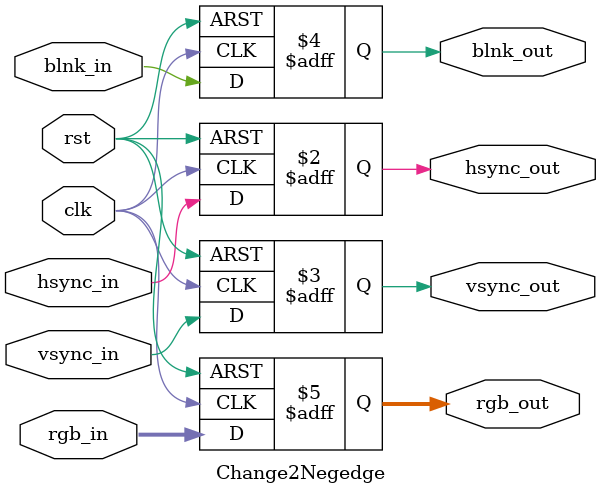
<source format=v>

module Change2Negedge
(
    input wire hsync_in,
    input wire vsync_in,
    input wire blnk_in,
    input wire [23:0] rgb_in,
    input wire clk,
    input wire rst,
    
    output reg hsync_out,
    output reg vsync_out,
    output reg blnk_out,
    output reg [23:0] rgb_out
    );
 
    always @(negedge clk or posedge rst) begin
        if(rst) begin
            hsync_out   <= #1 0;
            vsync_out   <= #1 0;
            blnk_out    <= #1 0;
            rgb_out     <= #1 0;
        end
        else begin
            hsync_out   <= #1 hsync_in;
            vsync_out   <= #1 vsync_in;
            blnk_out    <= #1 blnk_in;
            rgb_out     <= #1 rgb_in;
        end
    end
  
endmodule

</source>
